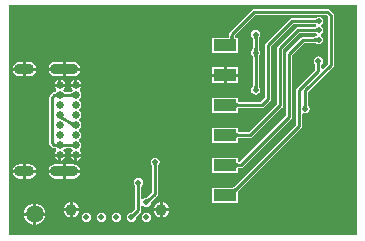
<source format=gbl>
G04*
G04 #@! TF.GenerationSoftware,Altium Limited,Altium Designer,19.1.8 (144)*
G04*
G04 Layer_Physical_Order=2*
G04 Layer_Color=16711680*
%FSLAX25Y25*%
%MOIN*%
G70*
G01*
G75*
%ADD17C,0.01000*%
%ADD38C,0.03937*%
%ADD48O,0.02559X0.02441*%
%ADD49O,0.09449X0.03543*%
%ADD50O,0.06693X0.03543*%
%ADD51C,0.05906*%
%ADD52C,0.01968*%
%ADD53R,0.07520X0.04095*%
G36*
X107248Y-38350D02*
X-8823D01*
Y38350D01*
X107248D01*
Y-38350D01*
D02*
G37*
%LPC*%
G36*
X94500Y34513D02*
X93921Y34398D01*
X93496Y34114D01*
X93472Y34106D01*
X93455Y34103D01*
X93448Y34098D01*
X93439Y34095D01*
X93429Y34086D01*
X93414Y34080D01*
X93385Y34072D01*
X93343Y34062D01*
X93296Y34055D01*
X93142Y34043D01*
X93052Y34041D01*
X93003Y34020D01*
X85500D01*
X85110Y33942D01*
X84779Y33721D01*
X76795Y25737D01*
X76574Y25406D01*
X76496Y25016D01*
Y7438D01*
X75078Y6020D01*
X68160D01*
X68112Y6041D01*
X67936Y6046D01*
X67801Y6057D01*
X67696Y6075D01*
X67622Y6094D01*
X67610Y6099D01*
Y7547D01*
X59090D01*
Y2452D01*
X67610D01*
Y3901D01*
X67622Y3906D01*
X67696Y3925D01*
X67801Y3943D01*
X67936Y3954D01*
X68112Y3959D01*
X68160Y3980D01*
X75500D01*
X75890Y4058D01*
X76221Y4279D01*
X78237Y6295D01*
X78458Y6626D01*
X78535Y7016D01*
Y24593D01*
X85922Y31980D01*
X92995D01*
X93042Y31959D01*
X93229Y31952D01*
X93289Y31946D01*
X93343Y31938D01*
X93385Y31928D01*
X93414Y31920D01*
X93429Y31914D01*
X93439Y31905D01*
X93448Y31902D01*
X93455Y31897D01*
X93472Y31894D01*
X93496Y31886D01*
X93623Y31801D01*
Y31199D01*
X93496Y31114D01*
X93472Y31106D01*
X93455Y31103D01*
X93448Y31098D01*
X93439Y31095D01*
X93429Y31086D01*
X93414Y31080D01*
X93385Y31072D01*
X93343Y31062D01*
X93296Y31055D01*
X93142Y31043D01*
X93052Y31041D01*
X93003Y31020D01*
X87500D01*
X87110Y30942D01*
X86779Y30721D01*
X80779Y24721D01*
X80558Y24390D01*
X80480Y24000D01*
Y5322D01*
X71178Y-3980D01*
X68160D01*
X68112Y-3959D01*
X67936Y-3954D01*
X67801Y-3943D01*
X67696Y-3925D01*
X67622Y-3906D01*
X67610Y-3901D01*
Y-2452D01*
X59090D01*
Y-7547D01*
X67610D01*
Y-6099D01*
X67622Y-6094D01*
X67696Y-6075D01*
X67801Y-6057D01*
X67936Y-6046D01*
X68112Y-6041D01*
X68160Y-6020D01*
X71600D01*
X71990Y-5942D01*
X72321Y-5721D01*
X82221Y4179D01*
X82442Y4510D01*
X82520Y4900D01*
Y23578D01*
X87922Y28980D01*
X92995D01*
X93042Y28959D01*
X93229Y28952D01*
X93289Y28946D01*
X93343Y28938D01*
X93385Y28928D01*
X93414Y28920D01*
X93429Y28914D01*
X93439Y28905D01*
X93448Y28902D01*
X93455Y28897D01*
X93472Y28894D01*
X93496Y28886D01*
X93788Y28690D01*
X93814Y28599D01*
Y28226D01*
X93788Y28135D01*
X93496Y27940D01*
X93472Y27931D01*
X93455Y27928D01*
X93448Y27923D01*
X93439Y27920D01*
X93429Y27911D01*
X93414Y27905D01*
X93385Y27897D01*
X93343Y27887D01*
X93296Y27880D01*
X93142Y27868D01*
X93052Y27866D01*
X93003Y27845D01*
X89325D01*
X88935Y27767D01*
X88604Y27546D01*
X83979Y22921D01*
X83758Y22590D01*
X83680Y22200D01*
Y1622D01*
X68099Y-13959D01*
X67936Y-13954D01*
X67801Y-13943D01*
X67696Y-13925D01*
X67622Y-13906D01*
X67610Y-13901D01*
Y-12453D01*
X59090D01*
Y-17548D01*
X67610D01*
Y-16099D01*
X67622Y-16094D01*
X67696Y-16075D01*
X67801Y-16057D01*
X67936Y-16046D01*
X68112Y-16041D01*
X68160Y-16020D01*
X68500D01*
X68890Y-15942D01*
X69221Y-15721D01*
X85421Y479D01*
X85642Y810D01*
X85720Y1200D01*
Y21778D01*
X89748Y25806D01*
X92995D01*
X93042Y25784D01*
X93229Y25777D01*
X93289Y25771D01*
X93343Y25763D01*
X93385Y25754D01*
X93414Y25745D01*
X93429Y25739D01*
X93439Y25730D01*
X93448Y25727D01*
X93455Y25722D01*
X93472Y25719D01*
X93496Y25711D01*
X93921Y25427D01*
X94500Y25312D01*
X95079Y25427D01*
X95570Y25755D01*
X95898Y26246D01*
X96013Y26825D01*
X95898Y27404D01*
X95570Y27895D01*
X95212Y28135D01*
X95186Y28226D01*
Y28599D01*
X95212Y28690D01*
X95570Y28930D01*
X95898Y29421D01*
X96013Y30000D01*
X95898Y30579D01*
X95570Y31070D01*
X95377Y31199D01*
Y31801D01*
X95570Y31930D01*
X95898Y32421D01*
X96013Y33000D01*
X95898Y33579D01*
X95570Y34070D01*
X95079Y34398D01*
X94500Y34513D01*
D02*
G37*
G36*
X12678Y19446D02*
X10225D01*
Y17528D01*
X14996D01*
X14911Y17953D01*
X14387Y18738D01*
X13603Y19262D01*
X12678Y19446D01*
D02*
G37*
G36*
X9225D02*
X6772D01*
X5847Y19262D01*
X5062Y18738D01*
X4538Y17953D01*
X4453Y17528D01*
X9225D01*
Y19446D01*
D02*
G37*
G36*
X-2008D02*
X-3083D01*
Y17528D01*
X311D01*
X226Y17953D01*
X-298Y18738D01*
X-1082Y19262D01*
X-2008Y19446D01*
D02*
G37*
G36*
X-4082D02*
X-5158D01*
X-6083Y19262D01*
X-6867Y18738D01*
X-7391Y17953D01*
X-7476Y17528D01*
X-4082D01*
Y19446D01*
D02*
G37*
G36*
X97400Y37120D02*
X73000D01*
X72610Y37042D01*
X72279Y36821D01*
X64885Y29427D01*
X64664Y29096D01*
X64586Y28706D01*
Y28098D01*
X64565Y28050D01*
X64560Y27874D01*
X64549Y27739D01*
X64531Y27633D01*
X64512Y27560D01*
X64507Y27547D01*
X59090D01*
Y22453D01*
X67610D01*
Y27547D01*
X66705D01*
X66700Y27559D01*
X66681Y27633D01*
X66663Y27739D01*
X66652Y27874D01*
X66647Y28050D01*
X66626Y28098D01*
Y28284D01*
X73422Y35080D01*
X96978D01*
X97480Y34578D01*
Y18822D01*
X95881Y17223D01*
X95420Y17415D01*
Y18295D01*
X95441Y18342D01*
X95448Y18529D01*
X95454Y18589D01*
X95462Y18643D01*
X95472Y18685D01*
X95480Y18714D01*
X95486Y18729D01*
X95495Y18739D01*
X95498Y18748D01*
X95503Y18755D01*
X95506Y18772D01*
X95514Y18796D01*
X95798Y19221D01*
X95913Y19800D01*
X95798Y20379D01*
X95470Y20870D01*
X94979Y21198D01*
X94400Y21313D01*
X93821Y21198D01*
X93330Y20870D01*
X93002Y20379D01*
X92887Y19800D01*
X93002Y19221D01*
X93286Y18796D01*
X93294Y18772D01*
X93297Y18755D01*
X93302Y18748D01*
X93305Y18739D01*
X93314Y18729D01*
X93320Y18714D01*
X93328Y18685D01*
X93338Y18643D01*
X93345Y18596D01*
X93357Y18442D01*
X93359Y18352D01*
X93380Y18303D01*
Y16844D01*
X87295Y10758D01*
X87074Y10427D01*
X86996Y10037D01*
Y-1520D01*
X66673Y-21843D01*
X66625Y-21861D01*
X66250Y-22209D01*
X66105Y-22326D01*
X65977Y-22415D01*
X65912Y-22453D01*
X65587D01*
X65539Y-22437D01*
X65508Y-22453D01*
X65476D01*
X65457Y-22449D01*
X65453Y-22453D01*
X59090D01*
Y-27547D01*
X67610D01*
Y-24352D01*
X67625Y-24323D01*
X67611Y-24279D01*
X67626Y-24234D01*
X67610Y-24203D01*
Y-23923D01*
X67622Y-23903D01*
X67710Y-23778D01*
X68002Y-23435D01*
X68194Y-23236D01*
X68208Y-23202D01*
X68240Y-23183D01*
X68247Y-23153D01*
X88737Y-2663D01*
X88958Y-2332D01*
X89035Y-1942D01*
Y2104D01*
X89535Y2379D01*
X90000Y2287D01*
X90579Y2402D01*
X91070Y2730D01*
X91398Y3221D01*
X91513Y3800D01*
X91398Y4379D01*
X91114Y4804D01*
X91106Y4828D01*
X91103Y4845D01*
X91098Y4852D01*
X91095Y4861D01*
X91086Y4871D01*
X91080Y4886D01*
X91072Y4915D01*
X91062Y4957D01*
X91055Y5004D01*
X91043Y5158D01*
X91041Y5248D01*
X91020Y5297D01*
Y9478D01*
X99221Y17679D01*
X99442Y18010D01*
X99520Y18400D01*
Y35000D01*
X99442Y35390D01*
X99221Y35721D01*
X98121Y36821D01*
X97790Y37042D01*
X97400Y37120D01*
D02*
G37*
G36*
X67710Y17648D02*
X63850D01*
Y15500D01*
X67710D01*
Y17648D01*
D02*
G37*
G36*
X62850D02*
X58990D01*
Y15500D01*
X62850D01*
Y17648D01*
D02*
G37*
G36*
X14996Y16528D02*
X10225D01*
Y14610D01*
X12678D01*
X13603Y14794D01*
X14387Y15318D01*
X14911Y16103D01*
X14996Y16528D01*
D02*
G37*
G36*
X9225D02*
X4453D01*
X4538Y16103D01*
X5062Y15318D01*
X5847Y14794D01*
X6772Y14610D01*
X9225D01*
Y16528D01*
D02*
G37*
G36*
X311D02*
X-3083D01*
Y14610D01*
X-2008D01*
X-1082Y14794D01*
X-298Y15318D01*
X226Y16103D01*
X311Y16528D01*
D02*
G37*
G36*
X-4082D02*
X-7476D01*
X-7391Y16103D01*
X-6867Y15318D01*
X-6083Y14794D01*
X-5158Y14610D01*
X-4082D01*
Y16528D01*
D02*
G37*
G36*
X67710Y14500D02*
X63850D01*
Y12353D01*
X67710D01*
Y14500D01*
D02*
G37*
G36*
X62850D02*
X58990D01*
Y12353D01*
X62850D01*
Y14500D01*
D02*
G37*
G36*
X8768Y13481D02*
Y12213D01*
X10084D01*
X10042Y12423D01*
X9640Y13025D01*
X9038Y13428D01*
X8768Y13481D01*
D02*
G37*
G36*
X14083D02*
Y12213D01*
X15398D01*
X15356Y12423D01*
X14954Y13025D01*
X14352Y13428D01*
X14083Y13481D01*
D02*
G37*
G36*
X13082D02*
X12813Y13428D01*
X12211Y13025D01*
X11809Y12423D01*
X11767Y12213D01*
X13082D01*
Y13481D01*
D02*
G37*
G36*
X7768D02*
X7499Y13428D01*
X6897Y13025D01*
X6495Y12423D01*
X6453Y12213D01*
X7768D01*
Y13481D01*
D02*
G37*
G36*
X73500Y30013D02*
X72921Y29898D01*
X72430Y29570D01*
X72102Y29079D01*
X71987Y28500D01*
X72102Y27921D01*
X72386Y27496D01*
X72394Y27472D01*
X72397Y27455D01*
X72402Y27448D01*
X72405Y27439D01*
X72414Y27429D01*
X72420Y27414D01*
X72428Y27385D01*
X72438Y27343D01*
X72445Y27296D01*
X72457Y27142D01*
X72459Y27052D01*
X72480Y27003D01*
Y24005D01*
X72459Y23958D01*
X72452Y23771D01*
X72446Y23711D01*
X72438Y23657D01*
X72428Y23615D01*
X72420Y23586D01*
X72414Y23571D01*
X72405Y23561D01*
X72402Y23552D01*
X72397Y23545D01*
X72394Y23528D01*
X72386Y23504D01*
X72102Y23079D01*
X71987Y22500D01*
X72102Y21921D01*
X72386Y21496D01*
X72394Y21472D01*
X72397Y21455D01*
X72402Y21448D01*
X72405Y21439D01*
X72414Y21429D01*
X72420Y21414D01*
X72428Y21385D01*
X72438Y21343D01*
X72445Y21296D01*
X72457Y21142D01*
X72459Y21052D01*
X72480Y21003D01*
Y11505D01*
X72459Y11458D01*
X72452Y11271D01*
X72446Y11211D01*
X72438Y11157D01*
X72428Y11115D01*
X72420Y11086D01*
X72414Y11071D01*
X72405Y11061D01*
X72402Y11052D01*
X72397Y11045D01*
X72394Y11028D01*
X72386Y11004D01*
X72102Y10579D01*
X71987Y10000D01*
X72102Y9421D01*
X72430Y8930D01*
X72921Y8602D01*
X73500Y8487D01*
X74079Y8602D01*
X74570Y8930D01*
X74898Y9421D01*
X75013Y10000D01*
X74898Y10579D01*
X74614Y11004D01*
X74606Y11028D01*
X74603Y11045D01*
X74598Y11052D01*
X74595Y11061D01*
X74586Y11071D01*
X74580Y11086D01*
X74572Y11115D01*
X74562Y11157D01*
X74555Y11204D01*
X74543Y11358D01*
X74541Y11448D01*
X74520Y11497D01*
Y20995D01*
X74541Y21042D01*
X74548Y21229D01*
X74554Y21289D01*
X74562Y21343D01*
X74572Y21385D01*
X74580Y21414D01*
X74586Y21429D01*
X74595Y21439D01*
X74598Y21448D01*
X74603Y21455D01*
X74606Y21472D01*
X74614Y21496D01*
X74898Y21921D01*
X75013Y22500D01*
X74898Y23079D01*
X74614Y23504D01*
X74606Y23528D01*
X74603Y23545D01*
X74598Y23552D01*
X74595Y23561D01*
X74586Y23571D01*
X74580Y23586D01*
X74572Y23615D01*
X74562Y23657D01*
X74555Y23704D01*
X74543Y23858D01*
X74541Y23948D01*
X74520Y23997D01*
Y26995D01*
X74541Y27042D01*
X74548Y27229D01*
X74554Y27289D01*
X74562Y27343D01*
X74572Y27385D01*
X74580Y27414D01*
X74586Y27429D01*
X74595Y27439D01*
X74598Y27448D01*
X74603Y27455D01*
X74606Y27472D01*
X74614Y27496D01*
X74898Y27921D01*
X75013Y28500D01*
X74898Y29079D01*
X74570Y29570D01*
X74079Y29898D01*
X73500Y30013D01*
D02*
G37*
G36*
X10084Y11213D02*
X8269D01*
X6453D01*
X6495Y11003D01*
X6897Y10401D01*
X7077Y10280D01*
Y9679D01*
X6969Y9606D01*
X6851Y9430D01*
X6501Y9408D01*
X6362Y9407D01*
X6262Y9365D01*
X5976Y9308D01*
X5645Y9087D01*
X4779Y8221D01*
X4558Y7890D01*
X4480Y7500D01*
Y-7500D01*
X4558Y-7890D01*
X4779Y-8221D01*
X5645Y-9087D01*
X5976Y-9308D01*
X6258Y-9364D01*
X6357Y-9407D01*
X6636Y-9412D01*
X6835Y-9424D01*
X6848Y-9426D01*
X6969Y-9606D01*
X7077Y-9679D01*
Y-10280D01*
X6897Y-10401D01*
X6495Y-11003D01*
X6453Y-11213D01*
X8269D01*
X10084D01*
X10042Y-11003D01*
X9640Y-10401D01*
X9460Y-10280D01*
X9434Y-10216D01*
X9385Y-10028D01*
X9460Y-9679D01*
X9568Y-9606D01*
X9660Y-9468D01*
X9774Y-9447D01*
X10186Y-9412D01*
X10438Y-9407D01*
X10488Y-9386D01*
X11363D01*
X11413Y-9407D01*
X11672Y-9412D01*
X11889Y-9425D01*
X12070Y-9446D01*
X12191Y-9468D01*
X12283Y-9606D01*
X12391Y-9679D01*
X12466Y-10028D01*
X12417Y-10216D01*
X12391Y-10280D01*
X12211Y-10401D01*
X11809Y-11003D01*
X11767Y-11213D01*
X13582D01*
X15398D01*
X15356Y-11003D01*
X14954Y-10401D01*
X14774Y-10280D01*
Y-9679D01*
X14882Y-9606D01*
X15262Y-9037D01*
X15396Y-8366D01*
X15262Y-7695D01*
X14882Y-7126D01*
X14684Y-6994D01*
Y-6392D01*
X14882Y-6260D01*
X15262Y-5691D01*
X15396Y-5020D01*
X15262Y-4349D01*
X14882Y-3780D01*
X14684Y-3647D01*
Y-3046D01*
X14882Y-2913D01*
X15262Y-2344D01*
X15396Y-1673D01*
X15262Y-1002D01*
X14882Y-433D01*
X14684Y-301D01*
Y301D01*
X14882Y433D01*
X15262Y1002D01*
X15396Y1673D01*
X15262Y2344D01*
X14882Y2913D01*
X14684Y3046D01*
Y3647D01*
X14882Y3780D01*
X15262Y4349D01*
X15396Y5020D01*
X15262Y5691D01*
X14882Y6260D01*
X14684Y6392D01*
Y6994D01*
X14882Y7126D01*
X15262Y7695D01*
X15396Y8366D01*
X15262Y9037D01*
X14882Y9606D01*
X14774Y9679D01*
Y10280D01*
X14954Y10401D01*
X15356Y11003D01*
X15398Y11213D01*
X13582D01*
X11767D01*
X11809Y11003D01*
X12211Y10401D01*
X12391Y10280D01*
X12417Y10216D01*
X12466Y10028D01*
X12391Y9679D01*
X12283Y9606D01*
X12191Y9468D01*
X12077Y9447D01*
X11665Y9412D01*
X11413Y9407D01*
X11363Y9386D01*
X10488D01*
X10438Y9407D01*
X10179Y9412D01*
X9962Y9425D01*
X9781Y9446D01*
X9660Y9468D01*
X9568Y9606D01*
X9460Y9679D01*
X9385Y10028D01*
X9434Y10216D01*
X9460Y10280D01*
X9640Y10401D01*
X10042Y11003D01*
X10084Y11213D01*
D02*
G37*
G36*
Y-12213D02*
X8768D01*
Y-13481D01*
X9038Y-13428D01*
X9640Y-13025D01*
X10042Y-12423D01*
X10084Y-12213D01*
D02*
G37*
G36*
X15398D02*
X14083D01*
Y-13481D01*
X14352Y-13428D01*
X14954Y-13025D01*
X15356Y-12423D01*
X15398Y-12213D01*
D02*
G37*
G36*
X13082D02*
X11767D01*
X11809Y-12423D01*
X12211Y-13025D01*
X12813Y-13428D01*
X13082Y-13481D01*
Y-12213D01*
D02*
G37*
G36*
X7768D02*
X6453D01*
X6495Y-12423D01*
X6897Y-13025D01*
X7499Y-13428D01*
X7768Y-13481D01*
Y-12213D01*
D02*
G37*
G36*
X12678Y-14610D02*
X10225D01*
Y-16528D01*
X14996D01*
X14911Y-16103D01*
X14387Y-15318D01*
X13603Y-14794D01*
X12678Y-14610D01*
D02*
G37*
G36*
X9225D02*
X6772D01*
X5847Y-14794D01*
X5062Y-15318D01*
X4538Y-16103D01*
X4453Y-16528D01*
X9225D01*
Y-14610D01*
D02*
G37*
G36*
X-2008D02*
X-3083D01*
Y-16528D01*
X311D01*
X226Y-16103D01*
X-298Y-15318D01*
X-1082Y-14794D01*
X-2008Y-14610D01*
D02*
G37*
G36*
X-4082D02*
X-5158D01*
X-6083Y-14794D01*
X-6867Y-15318D01*
X-7391Y-16103D01*
X-7476Y-16528D01*
X-4082D01*
Y-14610D01*
D02*
G37*
G36*
X14996Y-17528D02*
X10225D01*
Y-19446D01*
X12678D01*
X13603Y-19262D01*
X14387Y-18738D01*
X14911Y-17953D01*
X14996Y-17528D01*
D02*
G37*
G36*
X9225D02*
X4453D01*
X4538Y-17953D01*
X5062Y-18738D01*
X5847Y-19262D01*
X6772Y-19446D01*
X9225D01*
Y-17528D01*
D02*
G37*
G36*
X311D02*
X-3083D01*
Y-19446D01*
X-2008D01*
X-1082Y-19262D01*
X-298Y-18738D01*
X226Y-17953D01*
X311Y-17528D01*
D02*
G37*
G36*
X-4082D02*
X-7476D01*
X-7391Y-17953D01*
X-6867Y-18738D01*
X-6083Y-19262D01*
X-5158Y-19446D01*
X-4082D01*
Y-17528D01*
D02*
G37*
G36*
X40000Y-12487D02*
X39421Y-12602D01*
X38930Y-12930D01*
X38602Y-13421D01*
X38487Y-14000D01*
X38602Y-14579D01*
X38886Y-15004D01*
X38894Y-15028D01*
X38897Y-15045D01*
X38902Y-15052D01*
X38905Y-15061D01*
X38914Y-15071D01*
X38920Y-15086D01*
X38928Y-15115D01*
X38938Y-15157D01*
X38945Y-15204D01*
X38957Y-15358D01*
X38959Y-15448D01*
X38980Y-15497D01*
Y-24053D01*
X37419Y-25615D01*
X37371Y-25633D01*
X37233Y-25761D01*
X37187Y-25799D01*
X37142Y-25831D01*
X37106Y-25854D01*
X37080Y-25868D01*
X37065Y-25875D01*
X37052Y-25876D01*
X37043Y-25880D01*
X37034Y-25881D01*
X37020Y-25891D01*
X36997Y-25902D01*
X36496Y-26002D01*
X36005Y-26330D01*
X35920Y-26458D01*
X35420Y-26307D01*
Y-22305D01*
X35441Y-22258D01*
X35448Y-22071D01*
X35454Y-22011D01*
X35462Y-21957D01*
X35472Y-21915D01*
X35480Y-21886D01*
X35486Y-21871D01*
X35495Y-21861D01*
X35498Y-21852D01*
X35503Y-21845D01*
X35506Y-21828D01*
X35514Y-21804D01*
X35798Y-21379D01*
X35913Y-20800D01*
X35798Y-20221D01*
X35470Y-19730D01*
X34979Y-19402D01*
X34400Y-19287D01*
X33821Y-19402D01*
X33330Y-19730D01*
X33002Y-20221D01*
X32887Y-20800D01*
X33002Y-21379D01*
X33286Y-21804D01*
X33294Y-21828D01*
X33297Y-21845D01*
X33302Y-21852D01*
X33305Y-21861D01*
X33314Y-21871D01*
X33320Y-21886D01*
X33328Y-21915D01*
X33338Y-21957D01*
X33345Y-22004D01*
X33357Y-22158D01*
X33359Y-22248D01*
X33380Y-22297D01*
Y-29653D01*
X32419Y-30615D01*
X32371Y-30633D01*
X32233Y-30761D01*
X32186Y-30799D01*
X32142Y-30831D01*
X32106Y-30854D01*
X32079Y-30868D01*
X32065Y-30875D01*
X32052Y-30876D01*
X32043Y-30880D01*
X32034Y-30882D01*
X32020Y-30891D01*
X31997Y-30902D01*
X31497Y-31002D01*
X31005Y-31330D01*
X30678Y-31821D01*
X30562Y-32400D01*
X30678Y-32979D01*
X31005Y-33470D01*
X31497Y-33798D01*
X32076Y-33913D01*
X32655Y-33798D01*
X33146Y-33470D01*
X33474Y-32979D01*
X33573Y-32478D01*
X33584Y-32456D01*
X33594Y-32441D01*
X33596Y-32432D01*
X33600Y-32424D01*
X33601Y-32411D01*
X33607Y-32396D01*
X33622Y-32369D01*
X33645Y-32333D01*
X33673Y-32294D01*
X33773Y-32177D01*
X33836Y-32112D01*
X33855Y-32062D01*
X35121Y-30797D01*
X35342Y-30466D01*
X35420Y-30076D01*
Y-28493D01*
X35920Y-28341D01*
X36005Y-28470D01*
X36496Y-28798D01*
X37076Y-28913D01*
X37655Y-28798D01*
X38146Y-28470D01*
X38474Y-27979D01*
X38573Y-27478D01*
X38585Y-27455D01*
X38594Y-27441D01*
X38596Y-27432D01*
X38600Y-27424D01*
X38601Y-27411D01*
X38607Y-27396D01*
X38622Y-27369D01*
X38645Y-27333D01*
X38673Y-27294D01*
X38773Y-27177D01*
X38836Y-27112D01*
X38855Y-27062D01*
X40721Y-25196D01*
X40942Y-24866D01*
X41020Y-24476D01*
Y-15505D01*
X41041Y-15458D01*
X41048Y-15271D01*
X41054Y-15211D01*
X41062Y-15157D01*
X41072Y-15115D01*
X41080Y-15086D01*
X41086Y-15071D01*
X41095Y-15061D01*
X41098Y-15052D01*
X41103Y-15045D01*
X41106Y-15028D01*
X41114Y-15004D01*
X41398Y-14579D01*
X41513Y-14000D01*
X41398Y-13421D01*
X41070Y-12930D01*
X40579Y-12602D01*
X40000Y-12487D01*
D02*
G37*
G36*
X12576Y-27375D02*
Y-29400D01*
X14600D01*
X14578Y-29230D01*
X14319Y-28605D01*
X13907Y-28068D01*
X13371Y-27656D01*
X12746Y-27398D01*
X12576Y-27375D01*
D02*
G37*
G36*
X42576D02*
Y-29400D01*
X44600D01*
X44578Y-29230D01*
X44319Y-28605D01*
X43907Y-28068D01*
X43371Y-27656D01*
X42746Y-27398D01*
X42576Y-27375D01*
D02*
G37*
G36*
X41576D02*
X41405Y-27398D01*
X40780Y-27656D01*
X40244Y-28068D01*
X39832Y-28605D01*
X39573Y-29230D01*
X39551Y-29400D01*
X41576D01*
Y-27375D01*
D02*
G37*
G36*
X11576D02*
X11405Y-27398D01*
X10780Y-27656D01*
X10244Y-28068D01*
X9832Y-28605D01*
X9573Y-29230D01*
X9551Y-29400D01*
X11576D01*
Y-27375D01*
D02*
G37*
G36*
X300Y-27782D02*
Y-30800D01*
X3318D01*
X3261Y-30373D01*
X2903Y-29508D01*
X2334Y-28766D01*
X1592Y-28197D01*
X727Y-27839D01*
X300Y-27782D01*
D02*
G37*
G36*
X-700D02*
X-1127Y-27839D01*
X-1992Y-28197D01*
X-2734Y-28766D01*
X-3303Y-29508D01*
X-3661Y-30373D01*
X-3718Y-30800D01*
X-700D01*
Y-27782D01*
D02*
G37*
G36*
X14600Y-30400D02*
X12576D01*
Y-32425D01*
X12746Y-32402D01*
X13371Y-32144D01*
X13907Y-31732D01*
X14319Y-31195D01*
X14578Y-30571D01*
X14600Y-30400D01*
D02*
G37*
G36*
X44600D02*
X42576D01*
Y-32425D01*
X42746Y-32402D01*
X43371Y-32144D01*
X43907Y-31732D01*
X44319Y-31195D01*
X44578Y-30571D01*
X44600Y-30400D01*
D02*
G37*
G36*
X41576D02*
X39551D01*
X39573Y-30571D01*
X39832Y-31195D01*
X40244Y-31732D01*
X40780Y-32144D01*
X41405Y-32402D01*
X41576Y-32425D01*
Y-30400D01*
D02*
G37*
G36*
X11576D02*
X9551D01*
X9573Y-30571D01*
X9832Y-31195D01*
X10244Y-31732D01*
X10780Y-32144D01*
X11405Y-32402D01*
X11576Y-32425D01*
Y-30400D01*
D02*
G37*
G36*
X37076Y-30887D02*
X36496Y-31002D01*
X36005Y-31330D01*
X35677Y-31821D01*
X35562Y-32400D01*
X35677Y-32979D01*
X36005Y-33470D01*
X36496Y-33798D01*
X37076Y-33913D01*
X37655Y-33798D01*
X38146Y-33470D01*
X38474Y-32979D01*
X38589Y-32400D01*
X38474Y-31821D01*
X38146Y-31330D01*
X37655Y-31002D01*
X37076Y-30887D01*
D02*
G37*
G36*
X27076D02*
X26496Y-31002D01*
X26006Y-31330D01*
X25677Y-31821D01*
X25562Y-32400D01*
X25677Y-32979D01*
X26006Y-33470D01*
X26496Y-33798D01*
X27076Y-33913D01*
X27655Y-33798D01*
X28146Y-33470D01*
X28474Y-32979D01*
X28589Y-32400D01*
X28474Y-31821D01*
X28146Y-31330D01*
X27655Y-31002D01*
X27076Y-30887D01*
D02*
G37*
G36*
X22076D02*
X21497Y-31002D01*
X21005Y-31330D01*
X20677Y-31821D01*
X20562Y-32400D01*
X20677Y-32979D01*
X21005Y-33470D01*
X21497Y-33798D01*
X22076Y-33913D01*
X22655Y-33798D01*
X23146Y-33470D01*
X23474Y-32979D01*
X23589Y-32400D01*
X23474Y-31821D01*
X23146Y-31330D01*
X22655Y-31002D01*
X22076Y-30887D01*
D02*
G37*
G36*
X17076D02*
X16497Y-31002D01*
X16005Y-31330D01*
X15677Y-31821D01*
X15562Y-32400D01*
X15677Y-32979D01*
X16005Y-33470D01*
X16497Y-33798D01*
X17076Y-33913D01*
X17655Y-33798D01*
X18146Y-33470D01*
X18474Y-32979D01*
X18589Y-32400D01*
X18474Y-31821D01*
X18146Y-31330D01*
X17655Y-31002D01*
X17076Y-30887D01*
D02*
G37*
G36*
X3318Y-31800D02*
X300D01*
Y-34818D01*
X727Y-34761D01*
X1592Y-34403D01*
X2334Y-33834D01*
X2903Y-33092D01*
X3261Y-32227D01*
X3318Y-31800D01*
D02*
G37*
G36*
X-700D02*
X-3718D01*
X-3661Y-32227D01*
X-3303Y-33092D01*
X-2734Y-33834D01*
X-1992Y-34403D01*
X-1127Y-34761D01*
X-700Y-34818D01*
Y-31800D01*
D02*
G37*
%LPD*%
G36*
X93797Y32311D02*
X93756Y32347D01*
X93708Y32379D01*
X93653Y32407D01*
X93590Y32432D01*
X93521Y32453D01*
X93443Y32470D01*
X93359Y32483D01*
X93267Y32492D01*
X93062Y32500D01*
Y33500D01*
X93168Y33502D01*
X93359Y33517D01*
X93443Y33530D01*
X93521Y33547D01*
X93590Y33568D01*
X93653Y33593D01*
X93708Y33621D01*
X93756Y33653D01*
X93797Y33689D01*
Y32311D01*
D02*
G37*
G36*
Y29311D02*
X93756Y29347D01*
X93708Y29379D01*
X93653Y29407D01*
X93590Y29432D01*
X93521Y29453D01*
X93443Y29470D01*
X93359Y29483D01*
X93267Y29492D01*
X93062Y29500D01*
Y30500D01*
X93168Y30502D01*
X93359Y30517D01*
X93443Y30530D01*
X93521Y30547D01*
X93590Y30568D01*
X93653Y30593D01*
X93708Y30621D01*
X93756Y30653D01*
X93797Y30689D01*
Y29311D01*
D02*
G37*
G36*
Y26136D02*
X93756Y26172D01*
X93708Y26204D01*
X93653Y26233D01*
X93590Y26257D01*
X93521Y26278D01*
X93443Y26295D01*
X93359Y26308D01*
X93267Y26318D01*
X93062Y26325D01*
Y27325D01*
X93168Y27327D01*
X93359Y27342D01*
X93443Y27355D01*
X93521Y27372D01*
X93590Y27393D01*
X93653Y27418D01*
X93708Y27446D01*
X93756Y27478D01*
X93797Y27514D01*
Y26136D01*
D02*
G37*
G36*
X67096Y5905D02*
X67127Y5820D01*
X67177Y5745D01*
X67248Y5680D01*
X67339Y5625D01*
X67450Y5580D01*
X67582Y5545D01*
X67734Y5520D01*
X67906Y5505D01*
X68098Y5500D01*
Y4500D01*
X67906Y4495D01*
X67734Y4480D01*
X67582Y4455D01*
X67450Y4420D01*
X67339Y4375D01*
X67248Y4320D01*
X67177Y4255D01*
X67127Y4180D01*
X67096Y4095D01*
X67086Y4000D01*
Y6000D01*
X67096Y5905D01*
D02*
G37*
G36*
Y-4095D02*
X67127Y-4180D01*
X67177Y-4255D01*
X67248Y-4320D01*
X67339Y-4375D01*
X67450Y-4420D01*
X67582Y-4455D01*
X67734Y-4480D01*
X67906Y-4495D01*
X68098Y-4500D01*
Y-5500D01*
X67906Y-5505D01*
X67734Y-5520D01*
X67582Y-5545D01*
X67450Y-5580D01*
X67339Y-5625D01*
X67248Y-5680D01*
X67177Y-5745D01*
X67127Y-5820D01*
X67096Y-5905D01*
X67086Y-6000D01*
Y-4000D01*
X67096Y-4095D01*
D02*
G37*
G36*
Y-14095D02*
X67127Y-14180D01*
X67177Y-14255D01*
X67248Y-14320D01*
X67339Y-14375D01*
X67450Y-14420D01*
X67582Y-14455D01*
X67734Y-14480D01*
X67906Y-14495D01*
X68098Y-14500D01*
Y-15500D01*
X67906Y-15505D01*
X67734Y-15520D01*
X67582Y-15545D01*
X67450Y-15580D01*
X67339Y-15625D01*
X67248Y-15680D01*
X67177Y-15745D01*
X67127Y-15820D01*
X67096Y-15905D01*
X67086Y-16000D01*
Y-14000D01*
X67096Y-14095D01*
D02*
G37*
G36*
X66111Y27843D02*
X66126Y27671D01*
X66151Y27519D01*
X66186Y27388D01*
X66231Y27277D01*
X66286Y27185D01*
X66351Y27115D01*
X66426Y27064D01*
X66511Y27034D01*
X66606Y27024D01*
X64606D01*
X64701Y27034D01*
X64786Y27064D01*
X64861Y27115D01*
X64926Y27185D01*
X64981Y27277D01*
X65026Y27388D01*
X65061Y27519D01*
X65086Y27671D01*
X65101Y27843D01*
X65106Y28036D01*
X66106D01*
X66111Y27843D01*
D02*
G37*
G36*
X95053Y19056D02*
X95021Y19008D01*
X94993Y18953D01*
X94968Y18891D01*
X94947Y18821D01*
X94930Y18743D01*
X94917Y18659D01*
X94908Y18567D01*
X94900Y18362D01*
X93900D01*
X93898Y18468D01*
X93883Y18659D01*
X93870Y18743D01*
X93853Y18821D01*
X93832Y18891D01*
X93807Y18953D01*
X93779Y19008D01*
X93747Y19056D01*
X93711Y19097D01*
X95089D01*
X95053Y19056D01*
D02*
G37*
G36*
X90502Y5132D02*
X90517Y4941D01*
X90530Y4857D01*
X90547Y4779D01*
X90568Y4710D01*
X90593Y4647D01*
X90621Y4592D01*
X90653Y4544D01*
X90689Y4503D01*
X89311D01*
X89347Y4544D01*
X89379Y4592D01*
X89407Y4647D01*
X89432Y4710D01*
X89453Y4779D01*
X89470Y4857D01*
X89483Y4941D01*
X89492Y5033D01*
X89500Y5238D01*
X90500D01*
X90502Y5132D01*
D02*
G37*
G36*
X67805Y-22860D02*
X67601Y-23071D01*
X67282Y-23446D01*
X67166Y-23611D01*
X67079Y-23760D01*
X67022Y-23894D01*
X66994Y-24012D01*
X66995Y-24115D01*
X67026Y-24202D01*
X67086Y-24274D01*
X65579Y-22976D01*
X65661Y-23027D01*
X65755Y-23051D01*
X65864Y-23047D01*
X65985Y-23016D01*
X66120Y-22958D01*
X66268Y-22872D01*
X66429Y-22759D01*
X66604Y-22619D01*
X66994Y-22257D01*
X67805Y-22860D01*
D02*
G37*
G36*
X74153Y27756D02*
X74121Y27708D01*
X74093Y27653D01*
X74068Y27591D01*
X74047Y27521D01*
X74030Y27443D01*
X74017Y27359D01*
X74008Y27267D01*
X74000Y27062D01*
X73000D01*
X72998Y27168D01*
X72983Y27359D01*
X72970Y27443D01*
X72953Y27521D01*
X72932Y27591D01*
X72907Y27653D01*
X72879Y27708D01*
X72847Y27756D01*
X72811Y27797D01*
X74189D01*
X74153Y27756D01*
D02*
G37*
G36*
X74002Y23832D02*
X74017Y23641D01*
X74030Y23557D01*
X74047Y23479D01*
X74068Y23410D01*
X74093Y23347D01*
X74121Y23292D01*
X74153Y23244D01*
X74189Y23203D01*
X72811D01*
X72847Y23244D01*
X72879Y23292D01*
X72907Y23347D01*
X72932Y23410D01*
X72953Y23479D01*
X72970Y23557D01*
X72983Y23641D01*
X72992Y23733D01*
X73000Y23938D01*
X74000D01*
X74002Y23832D01*
D02*
G37*
G36*
X74153Y21756D02*
X74121Y21708D01*
X74093Y21653D01*
X74068Y21590D01*
X74047Y21521D01*
X74030Y21443D01*
X74017Y21359D01*
X74008Y21267D01*
X74000Y21062D01*
X73000D01*
X72998Y21168D01*
X72983Y21359D01*
X72970Y21443D01*
X72953Y21521D01*
X72932Y21590D01*
X72907Y21653D01*
X72879Y21708D01*
X72847Y21756D01*
X72811Y21797D01*
X74189D01*
X74153Y21756D01*
D02*
G37*
G36*
X74002Y11332D02*
X74017Y11141D01*
X74030Y11057D01*
X74047Y10979D01*
X74068Y10909D01*
X74093Y10847D01*
X74121Y10792D01*
X74153Y10744D01*
X74189Y10703D01*
X72811D01*
X72847Y10744D01*
X72879Y10792D01*
X72907Y10847D01*
X72932Y10909D01*
X72953Y10979D01*
X72970Y11057D01*
X72983Y11141D01*
X72992Y11233D01*
X73000Y11438D01*
X74000D01*
X74002Y11332D01*
D02*
G37*
G36*
X7175Y7749D02*
X7167Y7771D01*
X7143Y7791D01*
X7102Y7808D01*
X7045Y7824D01*
X6973Y7837D01*
X6884Y7847D01*
X6657Y7861D01*
X6366Y7866D01*
Y8866D01*
X6520Y8867D01*
X6973Y8895D01*
X7045Y8908D01*
X7102Y8923D01*
X7143Y8941D01*
X7167Y8961D01*
X7175Y8983D01*
Y7749D01*
D02*
G37*
G36*
X12849Y7376D02*
X12835Y7469D01*
X12792Y7552D01*
X12720Y7626D01*
X12621Y7689D01*
X12492Y7743D01*
X12335Y7788D01*
X12150Y7822D01*
X11936Y7846D01*
X11693Y7861D01*
X11423Y7866D01*
Y8866D01*
X11693Y8871D01*
X12150Y8910D01*
X12335Y8945D01*
X12492Y8989D01*
X12621Y9043D01*
X12720Y9106D01*
X12792Y9180D01*
X12835Y9263D01*
X12849Y9357D01*
Y7376D01*
D02*
G37*
G36*
X9016Y9263D02*
X9059Y9180D01*
X9131Y9106D01*
X9230Y9043D01*
X9359Y8989D01*
X9516Y8945D01*
X9701Y8910D01*
X9915Y8886D01*
X10158Y8871D01*
X10429Y8866D01*
Y7866D01*
X10158Y7861D01*
X9701Y7822D01*
X9516Y7788D01*
X9359Y7743D01*
X9230Y7689D01*
X9131Y7626D01*
X9059Y7552D01*
X9016Y7469D01*
X9002Y7376D01*
Y9357D01*
X9016Y9263D01*
D02*
G37*
G36*
X9450Y1530D02*
X9409Y1456D01*
X9400Y1374D01*
X9423Y1283D01*
X9479Y1184D01*
X9567Y1076D01*
X9687Y960D01*
X9839Y835D01*
X10024Y701D01*
X10241Y558D01*
X9341Y-57D01*
X9195Y31D01*
X8905Y185D01*
X8760Y251D01*
X8471Y362D01*
X8327Y406D01*
X8038Y473D01*
X7894Y496D01*
X9524Y1595D01*
X9450Y1530D01*
D02*
G37*
G36*
X11948Y-510D02*
X12316Y-695D01*
X12471Y-752D01*
X12607Y-785D01*
X12723Y-795D01*
X12821Y-780D01*
X12900Y-742D01*
X12959Y-681D01*
X12999Y-595D01*
X12468Y-2283D01*
X12432Y-2211D01*
X12383Y-2136D01*
X12320Y-2058D01*
X12243Y-1976D01*
X12152Y-1891D01*
X11930Y-1710D01*
X11799Y-1614D01*
X11494Y-1412D01*
X11736Y-382D01*
X11948Y-510D01*
D02*
G37*
G36*
X7175Y-8983D02*
X7167Y-8961D01*
X7143Y-8941D01*
X7102Y-8923D01*
X7045Y-8908D01*
X6973Y-8895D01*
X6884Y-8885D01*
X6657Y-8871D01*
X6366Y-8866D01*
Y-7866D01*
X6520Y-7865D01*
X6973Y-7837D01*
X7045Y-7824D01*
X7102Y-7808D01*
X7143Y-7791D01*
X7167Y-7771D01*
X7175Y-7749D01*
Y-8983D01*
D02*
G37*
G36*
X12849Y-9357D02*
X12835Y-9263D01*
X12792Y-9180D01*
X12720Y-9106D01*
X12621Y-9043D01*
X12492Y-8989D01*
X12335Y-8945D01*
X12150Y-8910D01*
X11936Y-8886D01*
X11693Y-8871D01*
X11423Y-8866D01*
Y-7866D01*
X11693Y-7861D01*
X12150Y-7822D01*
X12335Y-7788D01*
X12492Y-7743D01*
X12621Y-7689D01*
X12720Y-7626D01*
X12792Y-7552D01*
X12835Y-7469D01*
X12849Y-7376D01*
Y-9357D01*
D02*
G37*
G36*
X9016Y-7469D02*
X9059Y-7552D01*
X9131Y-7626D01*
X9230Y-7689D01*
X9359Y-7743D01*
X9516Y-7788D01*
X9701Y-7822D01*
X9915Y-7846D01*
X10158Y-7861D01*
X10429Y-7866D01*
Y-8866D01*
X10158Y-8871D01*
X9701Y-8910D01*
X9516Y-8945D01*
X9359Y-8989D01*
X9230Y-9043D01*
X9131Y-9106D01*
X9059Y-9180D01*
X9016Y-9263D01*
X9002Y-9357D01*
Y-7376D01*
X9016Y-7469D01*
D02*
G37*
G36*
X40653Y-14744D02*
X40621Y-14792D01*
X40593Y-14847D01*
X40568Y-14909D01*
X40547Y-14979D01*
X40530Y-15057D01*
X40517Y-15141D01*
X40508Y-15233D01*
X40500Y-15438D01*
X39500D01*
X39498Y-15332D01*
X39483Y-15141D01*
X39470Y-15057D01*
X39453Y-14979D01*
X39432Y-14909D01*
X39407Y-14847D01*
X39379Y-14792D01*
X39347Y-14744D01*
X39311Y-14703D01*
X40689D01*
X40653Y-14744D01*
D02*
G37*
G36*
X35053Y-21544D02*
X35021Y-21592D01*
X34993Y-21647D01*
X34968Y-21710D01*
X34947Y-21779D01*
X34930Y-21857D01*
X34917Y-21941D01*
X34908Y-22033D01*
X34900Y-22238D01*
X33900D01*
X33898Y-22132D01*
X33883Y-21941D01*
X33870Y-21857D01*
X33853Y-21779D01*
X33832Y-21710D01*
X33807Y-21647D01*
X33779Y-21592D01*
X33747Y-21544D01*
X33711Y-21503D01*
X35089D01*
X35053Y-21544D01*
D02*
G37*
G36*
X38446Y-26737D02*
X38372Y-26813D01*
X38248Y-26959D01*
X38198Y-27028D01*
X38155Y-27094D01*
X38120Y-27159D01*
X38094Y-27220D01*
X38074Y-27279D01*
X38063Y-27336D01*
X38060Y-27390D01*
X37085Y-26416D01*
X37140Y-26412D01*
X37196Y-26401D01*
X37255Y-26382D01*
X37317Y-26355D01*
X37381Y-26320D01*
X37448Y-26278D01*
X37517Y-26228D01*
X37589Y-26169D01*
X37739Y-26029D01*
X38446Y-26737D01*
D02*
G37*
G36*
X33446Y-31736D02*
X33372Y-31813D01*
X33248Y-31959D01*
X33198Y-32028D01*
X33155Y-32094D01*
X33120Y-32159D01*
X33094Y-32220D01*
X33074Y-32279D01*
X33063Y-32336D01*
X33060Y-32390D01*
X32085Y-31416D01*
X32140Y-31412D01*
X32196Y-31401D01*
X32255Y-31382D01*
X32317Y-31355D01*
X32381Y-31321D01*
X32448Y-31278D01*
X32517Y-31228D01*
X32588Y-31169D01*
X32739Y-31029D01*
X33446Y-31736D01*
D02*
G37*
D17*
X64958Y-25000D02*
X88016Y-1942D01*
Y10037D02*
X94400Y16421D01*
X88016Y-1942D02*
Y10037D01*
X94400Y16421D02*
Y19800D01*
X98500Y18400D02*
Y35000D01*
X90000Y9900D02*
X98500Y18400D01*
X90000Y3800D02*
Y9900D01*
X77516Y25016D02*
X85500Y33000D01*
X77516Y7016D02*
Y25016D01*
X75500Y5000D02*
X77516Y7016D01*
X81500Y24000D02*
X87500Y30000D01*
X81500Y4900D02*
Y24000D01*
X71600Y-5000D02*
X81500Y4900D01*
X65000Y-5000D02*
X71600D01*
X64500Y-15000D02*
X68500D01*
X8059Y1341D02*
X12846Y-1673D01*
X7532Y1673D02*
X8059Y1341D01*
X5500Y7500D02*
X6366Y8366D01*
X5500Y-7500D02*
Y7500D01*
Y-7500D02*
X6366Y-8366D01*
X8269D01*
Y8366D02*
X12846D01*
X6366D02*
X8269D01*
Y-8366D02*
X12846D01*
X65606Y28706D02*
X73000Y36100D01*
X65606Y26020D02*
Y28706D01*
X65000Y5000D02*
X75500D01*
X73000Y36100D02*
X97400D01*
X87500Y30000D02*
X94500D01*
X85500Y33000D02*
X94500D01*
X84700Y1200D02*
Y22200D01*
X97400Y36100D02*
X98500Y35000D01*
X68500Y-15000D02*
X84700Y1200D01*
X89325Y26825D02*
X94500D01*
X84700Y22200D02*
X89325Y26825D01*
X12620Y-1745D02*
X12665Y-1773D01*
X40000Y-24476D02*
Y-14000D01*
X37076Y-27400D02*
X40000Y-24476D01*
X73500Y22500D02*
Y28500D01*
Y10000D02*
Y22500D01*
X34400Y-30076D02*
Y-20800D01*
X32076Y-32400D02*
X34400Y-30076D01*
D38*
X42076Y-29900D02*
D03*
X12076D02*
D03*
D48*
X13582Y11713D02*
D03*
Y8366D02*
D03*
Y5020D02*
D03*
Y1673D02*
D03*
Y-1673D02*
D03*
Y-5020D02*
D03*
Y-8366D02*
D03*
Y-11713D02*
D03*
X8269D02*
D03*
Y-8366D02*
D03*
Y-5020D02*
D03*
Y-1673D02*
D03*
Y1673D02*
D03*
Y5020D02*
D03*
Y8366D02*
D03*
Y11713D02*
D03*
D49*
X9725Y17028D02*
D03*
Y-17028D02*
D03*
D50*
X-3582D02*
D03*
Y17028D02*
D03*
D51*
X-200Y-31300D02*
D03*
D52*
X94400Y19800D02*
D03*
X90400Y16300D02*
D03*
X17076Y-27400D02*
D03*
X79500Y14500D02*
D03*
X102000Y-31000D02*
D03*
Y29000D02*
D03*
Y19000D02*
D03*
Y9000D02*
D03*
Y-1000D02*
D03*
Y-21000D02*
D03*
Y-11000D02*
D03*
X57100Y-9700D02*
D03*
X66600D02*
D03*
X94500Y33000D02*
D03*
Y30000D02*
D03*
Y26825D02*
D03*
X90000Y3800D02*
D03*
X40000Y-14000D02*
D03*
X43000Y10600D02*
D03*
X16143Y100D02*
D03*
X17300Y-10500D02*
D03*
X34200Y-6700D02*
D03*
X20500Y-14600D02*
D03*
X31600Y-18100D02*
D03*
X37500Y-18000D02*
D03*
X42300D02*
D03*
X79000D02*
D03*
X87000Y-32500D02*
D03*
X56500Y28500D02*
D03*
X17076Y-32400D02*
D03*
X42800Y-9500D02*
D03*
X73500Y22500D02*
D03*
Y28500D02*
D03*
X30000Y15500D02*
D03*
X61000Y-29000D02*
D03*
X73800Y-22300D02*
D03*
X34400Y-20800D02*
D03*
X83500Y-14000D02*
D03*
X73500Y10000D02*
D03*
X58300Y-32600D02*
D03*
X13600Y36000D02*
D03*
X45700D02*
D03*
X29781D02*
D03*
X30000Y20500D02*
D03*
X50900Y20600D02*
D03*
X37076Y-32400D02*
D03*
X32076Y-32400D02*
D03*
X27076Y-32400D02*
D03*
X22076D02*
D03*
X37076Y-27400D02*
D03*
X32076D02*
D03*
X27076D02*
D03*
X49100Y-14200D02*
D03*
X43500Y19400D02*
D03*
D53*
X63350Y-25000D02*
D03*
Y-15000D02*
D03*
Y-5000D02*
D03*
Y5000D02*
D03*
Y15000D02*
D03*
Y25000D02*
D03*
M02*

</source>
